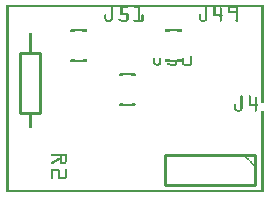
<source format=gto>
G04 MADE WITH FRITZING*
G04 WWW.FRITZING.ORG*
G04 DOUBLE SIDED*
G04 HOLES PLATED*
G04 CONTOUR ON CENTER OF CONTOUR VECTOR*
%ASAXBY*%
%FSLAX23Y23*%
%MOIN*%
%OFA0B0*%
%SFA1.0B1.0*%
%ADD10C,0.010000*%
%ADD11R,0.001000X0.001000*%
%LNSILK1*%
G90*
G70*
G54D10*
X112Y464D02*
X112Y264D01*
D02*
X112Y264D02*
X46Y264D01*
D02*
X46Y264D02*
X46Y464D01*
D02*
X46Y464D02*
X112Y464D01*
D02*
X829Y124D02*
X529Y124D01*
D02*
X529Y124D02*
X529Y24D01*
D02*
X529Y24D02*
X829Y24D01*
D02*
X829Y24D02*
X829Y124D01*
G54D11*
X0Y625D02*
X857Y625D01*
X0Y624D02*
X857Y624D01*
X0Y623D02*
X857Y623D01*
X0Y622D02*
X857Y622D01*
X0Y621D02*
X857Y621D01*
X0Y620D02*
X857Y620D01*
X0Y619D02*
X857Y619D01*
X0Y618D02*
X857Y618D01*
X0Y617D02*
X7Y617D01*
X347Y617D02*
X353Y617D01*
X380Y617D02*
X405Y617D01*
X424Y617D02*
X443Y617D01*
X663Y617D02*
X669Y617D01*
X690Y617D02*
X696Y617D01*
X713Y617D02*
X715Y617D01*
X738Y617D02*
X772Y617D01*
X850Y617D02*
X857Y617D01*
X0Y616D02*
X7Y616D01*
X347Y616D02*
X353Y616D01*
X380Y616D02*
X386Y616D01*
X436Y616D02*
X443Y616D01*
X663Y616D02*
X669Y616D01*
X690Y616D02*
X696Y616D01*
X711Y616D02*
X716Y616D01*
X738Y616D02*
X744Y616D01*
X766Y616D02*
X772Y616D01*
X850Y616D02*
X857Y616D01*
X0Y615D02*
X7Y615D01*
X347Y615D02*
X353Y615D01*
X380Y615D02*
X386Y615D01*
X437Y615D02*
X443Y615D01*
X663Y615D02*
X669Y615D01*
X690Y615D02*
X696Y615D01*
X711Y615D02*
X717Y615D01*
X738Y615D02*
X744Y615D01*
X766Y615D02*
X772Y615D01*
X850Y615D02*
X857Y615D01*
X0Y614D02*
X7Y614D01*
X347Y614D02*
X353Y614D01*
X380Y614D02*
X386Y614D01*
X437Y614D02*
X443Y614D01*
X663Y614D02*
X669Y614D01*
X690Y614D02*
X696Y614D01*
X711Y614D02*
X717Y614D01*
X738Y614D02*
X744Y614D01*
X766Y614D02*
X772Y614D01*
X850Y614D02*
X857Y614D01*
X0Y613D02*
X7Y613D01*
X347Y613D02*
X353Y613D01*
X380Y613D02*
X386Y613D01*
X437Y613D02*
X443Y613D01*
X663Y613D02*
X669Y613D01*
X690Y613D02*
X696Y613D01*
X711Y613D02*
X717Y613D01*
X738Y613D02*
X744Y613D01*
X766Y613D02*
X772Y613D01*
X850Y613D02*
X857Y613D01*
X0Y612D02*
X7Y612D01*
X347Y612D02*
X353Y612D01*
X380Y612D02*
X386Y612D01*
X437Y612D02*
X443Y612D01*
X663Y612D02*
X669Y612D01*
X690Y612D02*
X696Y612D01*
X711Y612D02*
X717Y612D01*
X738Y612D02*
X744Y612D01*
X766Y612D02*
X772Y612D01*
X850Y612D02*
X857Y612D01*
X0Y611D02*
X7Y611D01*
X347Y611D02*
X353Y611D01*
X380Y611D02*
X386Y611D01*
X437Y611D02*
X443Y611D01*
X663Y611D02*
X669Y611D01*
X690Y611D02*
X696Y611D01*
X711Y611D02*
X717Y611D01*
X738Y611D02*
X744Y611D01*
X766Y611D02*
X772Y611D01*
X850Y611D02*
X857Y611D01*
X0Y610D02*
X7Y610D01*
X347Y610D02*
X353Y610D01*
X380Y610D02*
X386Y610D01*
X437Y610D02*
X443Y610D01*
X663Y610D02*
X669Y610D01*
X690Y610D02*
X696Y610D01*
X711Y610D02*
X717Y610D01*
X738Y610D02*
X744Y610D01*
X766Y610D02*
X772Y610D01*
X850Y610D02*
X857Y610D01*
X0Y609D02*
X7Y609D01*
X347Y609D02*
X353Y609D01*
X380Y609D02*
X386Y609D01*
X437Y609D02*
X443Y609D01*
X663Y609D02*
X669Y609D01*
X690Y609D02*
X696Y609D01*
X711Y609D02*
X717Y609D01*
X738Y609D02*
X744Y609D01*
X766Y609D02*
X772Y609D01*
X850Y609D02*
X857Y609D01*
X0Y608D02*
X7Y608D01*
X347Y608D02*
X353Y608D01*
X380Y608D02*
X386Y608D01*
X437Y608D02*
X443Y608D01*
X663Y608D02*
X669Y608D01*
X690Y608D02*
X696Y608D01*
X711Y608D02*
X717Y608D01*
X738Y608D02*
X744Y608D01*
X766Y608D02*
X772Y608D01*
X850Y608D02*
X857Y608D01*
X0Y607D02*
X7Y607D01*
X347Y607D02*
X353Y607D01*
X380Y607D02*
X386Y607D01*
X437Y607D02*
X443Y607D01*
X663Y607D02*
X669Y607D01*
X690Y607D02*
X696Y607D01*
X711Y607D02*
X717Y607D01*
X738Y607D02*
X744Y607D01*
X766Y607D02*
X772Y607D01*
X850Y607D02*
X857Y607D01*
X0Y606D02*
X7Y606D01*
X347Y606D02*
X353Y606D01*
X380Y606D02*
X386Y606D01*
X437Y606D02*
X443Y606D01*
X663Y606D02*
X669Y606D01*
X690Y606D02*
X696Y606D01*
X711Y606D02*
X717Y606D01*
X738Y606D02*
X745Y606D01*
X766Y606D02*
X772Y606D01*
X850Y606D02*
X857Y606D01*
X0Y605D02*
X7Y605D01*
X347Y605D02*
X353Y605D01*
X380Y605D02*
X386Y605D01*
X437Y605D02*
X443Y605D01*
X663Y605D02*
X669Y605D01*
X690Y605D02*
X696Y605D01*
X711Y605D02*
X717Y605D01*
X738Y605D02*
X772Y605D01*
X850Y605D02*
X857Y605D01*
X0Y604D02*
X7Y604D01*
X347Y604D02*
X353Y604D01*
X380Y604D02*
X386Y604D01*
X437Y604D02*
X443Y604D01*
X663Y604D02*
X669Y604D01*
X690Y604D02*
X696Y604D01*
X711Y604D02*
X717Y604D01*
X738Y604D02*
X772Y604D01*
X850Y604D02*
X857Y604D01*
X0Y603D02*
X7Y603D01*
X347Y603D02*
X353Y603D01*
X380Y603D02*
X386Y603D01*
X437Y603D02*
X443Y603D01*
X663Y603D02*
X669Y603D01*
X690Y603D02*
X696Y603D01*
X711Y603D02*
X717Y603D01*
X738Y603D02*
X772Y603D01*
X850Y603D02*
X857Y603D01*
X0Y602D02*
X7Y602D01*
X347Y602D02*
X353Y602D01*
X380Y602D02*
X386Y602D01*
X437Y602D02*
X443Y602D01*
X663Y602D02*
X669Y602D01*
X690Y602D02*
X696Y602D01*
X711Y602D02*
X717Y602D01*
X738Y602D02*
X772Y602D01*
X850Y602D02*
X857Y602D01*
X0Y601D02*
X7Y601D01*
X347Y601D02*
X353Y601D01*
X380Y601D02*
X386Y601D01*
X437Y601D02*
X443Y601D01*
X663Y601D02*
X669Y601D01*
X690Y601D02*
X696Y601D01*
X711Y601D02*
X717Y601D01*
X739Y601D02*
X772Y601D01*
X850Y601D02*
X857Y601D01*
X0Y600D02*
X7Y600D01*
X347Y600D02*
X353Y600D01*
X380Y600D02*
X386Y600D01*
X437Y600D02*
X443Y600D01*
X663Y600D02*
X669Y600D01*
X690Y600D02*
X696Y600D01*
X711Y600D02*
X717Y600D01*
X739Y600D02*
X772Y600D01*
X850Y600D02*
X857Y600D01*
X0Y599D02*
X7Y599D01*
X347Y599D02*
X353Y599D01*
X380Y599D02*
X403Y599D01*
X437Y599D02*
X443Y599D01*
X663Y599D02*
X669Y599D01*
X690Y599D02*
X696Y599D01*
X711Y599D02*
X717Y599D01*
X741Y599D02*
X772Y599D01*
X850Y599D02*
X857Y599D01*
X0Y598D02*
X7Y598D01*
X347Y598D02*
X353Y598D01*
X380Y598D02*
X404Y598D01*
X437Y598D02*
X443Y598D01*
X663Y598D02*
X669Y598D01*
X690Y598D02*
X696Y598D01*
X711Y598D02*
X717Y598D01*
X766Y598D02*
X772Y598D01*
X850Y598D02*
X857Y598D01*
X0Y597D02*
X7Y597D01*
X347Y597D02*
X353Y597D01*
X380Y597D02*
X405Y597D01*
X437Y597D02*
X443Y597D01*
X663Y597D02*
X669Y597D01*
X690Y597D02*
X696Y597D01*
X711Y597D02*
X717Y597D01*
X766Y597D02*
X772Y597D01*
X850Y597D02*
X857Y597D01*
X0Y596D02*
X7Y596D01*
X347Y596D02*
X353Y596D01*
X380Y596D02*
X406Y596D01*
X437Y596D02*
X443Y596D01*
X663Y596D02*
X669Y596D01*
X690Y596D02*
X696Y596D01*
X711Y596D02*
X717Y596D01*
X766Y596D02*
X772Y596D01*
X850Y596D02*
X857Y596D01*
X0Y595D02*
X7Y595D01*
X347Y595D02*
X353Y595D01*
X380Y595D02*
X406Y595D01*
X437Y595D02*
X443Y595D01*
X663Y595D02*
X669Y595D01*
X690Y595D02*
X696Y595D01*
X711Y595D02*
X717Y595D01*
X766Y595D02*
X772Y595D01*
X850Y595D02*
X857Y595D01*
X0Y594D02*
X7Y594D01*
X347Y594D02*
X353Y594D01*
X380Y594D02*
X406Y594D01*
X437Y594D02*
X443Y594D01*
X663Y594D02*
X669Y594D01*
X690Y594D02*
X717Y594D01*
X766Y594D02*
X772Y594D01*
X850Y594D02*
X857Y594D01*
X0Y593D02*
X7Y593D01*
X327Y593D02*
X331Y593D01*
X347Y593D02*
X353Y593D01*
X380Y593D02*
X406Y593D01*
X437Y593D02*
X443Y593D01*
X451Y593D02*
X455Y593D01*
X643Y593D02*
X647Y593D01*
X663Y593D02*
X669Y593D01*
X690Y593D02*
X719Y593D01*
X766Y593D02*
X772Y593D01*
X850Y593D02*
X857Y593D01*
X0Y592D02*
X7Y592D01*
X327Y592D02*
X332Y592D01*
X347Y592D02*
X353Y592D01*
X400Y592D02*
X406Y592D01*
X437Y592D02*
X443Y592D01*
X451Y592D02*
X456Y592D01*
X642Y592D02*
X648Y592D01*
X663Y592D02*
X669Y592D01*
X690Y592D02*
X720Y592D01*
X766Y592D02*
X772Y592D01*
X850Y592D02*
X857Y592D01*
X0Y591D02*
X7Y591D01*
X326Y591D02*
X332Y591D01*
X347Y591D02*
X353Y591D01*
X400Y591D02*
X406Y591D01*
X437Y591D02*
X443Y591D01*
X450Y591D02*
X456Y591D01*
X642Y591D02*
X648Y591D01*
X663Y591D02*
X669Y591D01*
X690Y591D02*
X720Y591D01*
X766Y591D02*
X772Y591D01*
X850Y591D02*
X857Y591D01*
X0Y590D02*
X7Y590D01*
X326Y590D02*
X332Y590D01*
X347Y590D02*
X353Y590D01*
X400Y590D02*
X406Y590D01*
X437Y590D02*
X443Y590D01*
X450Y590D02*
X456Y590D01*
X642Y590D02*
X648Y590D01*
X663Y590D02*
X669Y590D01*
X690Y590D02*
X720Y590D01*
X766Y590D02*
X772Y590D01*
X850Y590D02*
X857Y590D01*
X0Y589D02*
X7Y589D01*
X326Y589D02*
X332Y589D01*
X347Y589D02*
X353Y589D01*
X400Y589D02*
X406Y589D01*
X437Y589D02*
X443Y589D01*
X450Y589D02*
X456Y589D01*
X642Y589D02*
X648Y589D01*
X663Y589D02*
X669Y589D01*
X690Y589D02*
X720Y589D01*
X766Y589D02*
X772Y589D01*
X850Y589D02*
X857Y589D01*
X0Y588D02*
X7Y588D01*
X326Y588D02*
X332Y588D01*
X347Y588D02*
X353Y588D01*
X400Y588D02*
X406Y588D01*
X437Y588D02*
X443Y588D01*
X450Y588D02*
X456Y588D01*
X642Y588D02*
X648Y588D01*
X663Y588D02*
X669Y588D01*
X690Y588D02*
X719Y588D01*
X766Y588D02*
X772Y588D01*
X850Y588D02*
X857Y588D01*
X0Y587D02*
X7Y587D01*
X326Y587D02*
X332Y587D01*
X347Y587D02*
X353Y587D01*
X400Y587D02*
X406Y587D01*
X437Y587D02*
X443Y587D01*
X450Y587D02*
X456Y587D01*
X642Y587D02*
X648Y587D01*
X663Y587D02*
X669Y587D01*
X710Y587D02*
X717Y587D01*
X766Y587D02*
X772Y587D01*
X850Y587D02*
X857Y587D01*
X0Y586D02*
X7Y586D01*
X326Y586D02*
X332Y586D01*
X347Y586D02*
X353Y586D01*
X400Y586D02*
X406Y586D01*
X437Y586D02*
X443Y586D01*
X450Y586D02*
X456Y586D01*
X642Y586D02*
X648Y586D01*
X663Y586D02*
X669Y586D01*
X711Y586D02*
X717Y586D01*
X766Y586D02*
X772Y586D01*
X850Y586D02*
X857Y586D01*
X0Y585D02*
X7Y585D01*
X326Y585D02*
X332Y585D01*
X347Y585D02*
X353Y585D01*
X400Y585D02*
X406Y585D01*
X437Y585D02*
X443Y585D01*
X450Y585D02*
X456Y585D01*
X642Y585D02*
X648Y585D01*
X663Y585D02*
X669Y585D01*
X711Y585D02*
X717Y585D01*
X766Y585D02*
X772Y585D01*
X850Y585D02*
X857Y585D01*
X0Y584D02*
X7Y584D01*
X326Y584D02*
X332Y584D01*
X347Y584D02*
X353Y584D01*
X400Y584D02*
X406Y584D01*
X437Y584D02*
X443Y584D01*
X450Y584D02*
X456Y584D01*
X642Y584D02*
X648Y584D01*
X663Y584D02*
X669Y584D01*
X711Y584D02*
X717Y584D01*
X766Y584D02*
X772Y584D01*
X850Y584D02*
X857Y584D01*
X0Y583D02*
X7Y583D01*
X326Y583D02*
X332Y583D01*
X347Y583D02*
X353Y583D01*
X400Y583D02*
X406Y583D01*
X437Y583D02*
X443Y583D01*
X450Y583D02*
X456Y583D01*
X642Y583D02*
X648Y583D01*
X663Y583D02*
X669Y583D01*
X711Y583D02*
X717Y583D01*
X766Y583D02*
X772Y583D01*
X850Y583D02*
X857Y583D01*
X0Y582D02*
X7Y582D01*
X326Y582D02*
X332Y582D01*
X347Y582D02*
X353Y582D01*
X400Y582D02*
X406Y582D01*
X437Y582D02*
X443Y582D01*
X450Y582D02*
X456Y582D01*
X642Y582D02*
X648Y582D01*
X663Y582D02*
X669Y582D01*
X711Y582D02*
X717Y582D01*
X766Y582D02*
X772Y582D01*
X850Y582D02*
X857Y582D01*
X0Y581D02*
X7Y581D01*
X326Y581D02*
X332Y581D01*
X347Y581D02*
X353Y581D01*
X400Y581D02*
X406Y581D01*
X437Y581D02*
X443Y581D01*
X450Y581D02*
X456Y581D01*
X642Y581D02*
X648Y581D01*
X663Y581D02*
X669Y581D01*
X711Y581D02*
X717Y581D01*
X766Y581D02*
X772Y581D01*
X850Y581D02*
X857Y581D01*
X0Y580D02*
X7Y580D01*
X326Y580D02*
X332Y580D01*
X347Y580D02*
X353Y580D01*
X400Y580D02*
X406Y580D01*
X437Y580D02*
X443Y580D01*
X450Y580D02*
X456Y580D01*
X642Y580D02*
X648Y580D01*
X663Y580D02*
X669Y580D01*
X711Y580D02*
X717Y580D01*
X766Y580D02*
X772Y580D01*
X850Y580D02*
X857Y580D01*
X0Y579D02*
X7Y579D01*
X326Y579D02*
X332Y579D01*
X347Y579D02*
X353Y579D01*
X375Y579D02*
X376Y579D01*
X400Y579D02*
X406Y579D01*
X437Y579D02*
X443Y579D01*
X450Y579D02*
X456Y579D01*
X642Y579D02*
X648Y579D01*
X662Y579D02*
X669Y579D01*
X711Y579D02*
X717Y579D01*
X766Y579D02*
X772Y579D01*
X850Y579D02*
X857Y579D01*
X0Y578D02*
X7Y578D01*
X326Y578D02*
X333Y578D01*
X346Y578D02*
X353Y578D01*
X374Y578D02*
X379Y578D01*
X400Y578D02*
X406Y578D01*
X437Y578D02*
X443Y578D01*
X450Y578D02*
X456Y578D01*
X642Y578D02*
X648Y578D01*
X662Y578D02*
X668Y578D01*
X711Y578D02*
X717Y578D01*
X766Y578D02*
X772Y578D01*
X850Y578D02*
X857Y578D01*
X0Y577D02*
X7Y577D01*
X327Y577D02*
X334Y577D01*
X345Y577D02*
X353Y577D01*
X373Y577D02*
X381Y577D01*
X400Y577D02*
X406Y577D01*
X437Y577D02*
X443Y577D01*
X450Y577D02*
X456Y577D01*
X642Y577D02*
X649Y577D01*
X661Y577D02*
X668Y577D01*
X711Y577D02*
X717Y577D01*
X766Y577D02*
X772Y577D01*
X850Y577D02*
X857Y577D01*
X0Y576D02*
X7Y576D01*
X327Y576D02*
X352Y576D01*
X373Y576D02*
X406Y576D01*
X425Y576D02*
X456Y576D01*
X643Y576D02*
X668Y576D01*
X711Y576D02*
X717Y576D01*
X765Y576D02*
X772Y576D01*
X850Y576D02*
X857Y576D01*
X0Y575D02*
X7Y575D01*
X327Y575D02*
X352Y575D01*
X373Y575D02*
X406Y575D01*
X424Y575D02*
X456Y575D01*
X643Y575D02*
X667Y575D01*
X711Y575D02*
X717Y575D01*
X763Y575D02*
X772Y575D01*
X850Y575D02*
X857Y575D01*
X0Y574D02*
X7Y574D01*
X328Y574D02*
X351Y574D01*
X373Y574D02*
X406Y574D01*
X423Y574D02*
X456Y574D01*
X644Y574D02*
X667Y574D01*
X711Y574D02*
X717Y574D01*
X763Y574D02*
X772Y574D01*
X850Y574D02*
X857Y574D01*
X0Y573D02*
X7Y573D01*
X329Y573D02*
X350Y573D01*
X374Y573D02*
X405Y573D01*
X423Y573D02*
X456Y573D01*
X645Y573D02*
X666Y573D01*
X711Y573D02*
X717Y573D01*
X763Y573D02*
X772Y573D01*
X850Y573D02*
X857Y573D01*
X0Y572D02*
X7Y572D01*
X330Y572D02*
X349Y572D01*
X376Y572D02*
X405Y572D01*
X423Y572D02*
X456Y572D01*
X646Y572D02*
X665Y572D01*
X711Y572D02*
X717Y572D01*
X763Y572D02*
X772Y572D01*
X850Y572D02*
X857Y572D01*
X0Y571D02*
X7Y571D01*
X331Y571D02*
X348Y571D01*
X378Y571D02*
X404Y571D01*
X423Y571D02*
X456Y571D01*
X647Y571D02*
X664Y571D01*
X711Y571D02*
X716Y571D01*
X763Y571D02*
X771Y571D01*
X850Y571D02*
X857Y571D01*
X0Y570D02*
X7Y570D01*
X333Y570D02*
X346Y570D01*
X381Y570D02*
X402Y570D01*
X424Y570D02*
X455Y570D01*
X649Y570D02*
X662Y570D01*
X712Y570D02*
X715Y570D01*
X764Y570D02*
X770Y570D01*
X850Y570D02*
X857Y570D01*
X0Y569D02*
X7Y569D01*
X850Y569D02*
X857Y569D01*
X0Y568D02*
X7Y568D01*
X850Y568D02*
X857Y568D01*
X0Y567D02*
X7Y567D01*
X850Y567D02*
X857Y567D01*
X0Y566D02*
X7Y566D01*
X850Y566D02*
X857Y566D01*
X0Y565D02*
X7Y565D01*
X850Y565D02*
X857Y565D01*
X0Y564D02*
X7Y564D01*
X850Y564D02*
X857Y564D01*
X0Y563D02*
X7Y563D01*
X850Y563D02*
X857Y563D01*
X0Y562D02*
X7Y562D01*
X850Y562D02*
X857Y562D01*
X0Y561D02*
X7Y561D01*
X850Y561D02*
X857Y561D01*
X0Y560D02*
X7Y560D01*
X850Y560D02*
X857Y560D01*
X0Y559D02*
X7Y559D01*
X850Y559D02*
X857Y559D01*
X0Y558D02*
X7Y558D01*
X850Y558D02*
X857Y558D01*
X0Y557D02*
X7Y557D01*
X850Y557D02*
X857Y557D01*
X0Y556D02*
X7Y556D01*
X850Y556D02*
X857Y556D01*
X0Y555D02*
X7Y555D01*
X850Y555D02*
X857Y555D01*
X0Y554D02*
X7Y554D01*
X850Y554D02*
X857Y554D01*
X0Y553D02*
X7Y553D01*
X850Y553D02*
X857Y553D01*
X0Y552D02*
X7Y552D01*
X850Y552D02*
X857Y552D01*
X0Y551D02*
X7Y551D01*
X850Y551D02*
X857Y551D01*
X0Y550D02*
X7Y550D01*
X850Y550D02*
X857Y550D01*
X0Y549D02*
X7Y549D01*
X850Y549D02*
X857Y549D01*
X0Y548D02*
X7Y548D01*
X850Y548D02*
X857Y548D01*
X0Y547D02*
X7Y547D01*
X850Y547D02*
X857Y547D01*
X0Y546D02*
X7Y546D01*
X850Y546D02*
X857Y546D01*
X0Y545D02*
X7Y545D01*
X850Y545D02*
X857Y545D01*
X0Y544D02*
X7Y544D01*
X850Y544D02*
X857Y544D01*
X0Y543D02*
X7Y543D01*
X214Y543D02*
X267Y543D01*
X530Y543D02*
X583Y543D01*
X850Y543D02*
X857Y543D01*
X0Y542D02*
X7Y542D01*
X213Y542D02*
X268Y542D01*
X529Y542D02*
X584Y542D01*
X850Y542D02*
X857Y542D01*
X0Y541D02*
X7Y541D01*
X212Y541D02*
X269Y541D01*
X528Y541D02*
X584Y541D01*
X850Y541D02*
X857Y541D01*
X0Y540D02*
X7Y540D01*
X212Y540D02*
X269Y540D01*
X528Y540D02*
X585Y540D01*
X850Y540D02*
X857Y540D01*
X0Y539D02*
X7Y539D01*
X212Y539D02*
X269Y539D01*
X528Y539D02*
X585Y539D01*
X850Y539D02*
X857Y539D01*
X0Y538D02*
X7Y538D01*
X213Y538D02*
X235Y538D01*
X246Y538D02*
X269Y538D01*
X528Y538D02*
X551Y538D01*
X561Y538D02*
X584Y538D01*
X850Y538D02*
X857Y538D01*
X0Y537D02*
X7Y537D01*
X213Y537D02*
X229Y537D01*
X252Y537D02*
X268Y537D01*
X529Y537D02*
X545Y537D01*
X567Y537D02*
X584Y537D01*
X850Y537D02*
X857Y537D01*
X0Y536D02*
X7Y536D01*
X215Y536D02*
X226Y536D01*
X256Y536D02*
X267Y536D01*
X530Y536D02*
X541Y536D01*
X571Y536D02*
X582Y536D01*
X850Y536D02*
X857Y536D01*
X0Y535D02*
X7Y535D01*
X850Y535D02*
X857Y535D01*
X0Y534D02*
X7Y534D01*
X850Y534D02*
X857Y534D01*
X0Y533D02*
X7Y533D01*
X850Y533D02*
X857Y533D01*
X0Y532D02*
X7Y532D01*
X850Y532D02*
X857Y532D01*
X0Y531D02*
X7Y531D01*
X74Y531D02*
X83Y531D01*
X850Y531D02*
X857Y531D01*
X0Y530D02*
X7Y530D01*
X74Y530D02*
X83Y530D01*
X850Y530D02*
X857Y530D01*
X0Y529D02*
X7Y529D01*
X74Y529D02*
X83Y529D01*
X850Y529D02*
X857Y529D01*
X0Y528D02*
X7Y528D01*
X74Y528D02*
X83Y528D01*
X850Y528D02*
X857Y528D01*
X0Y527D02*
X7Y527D01*
X74Y527D02*
X83Y527D01*
X850Y527D02*
X857Y527D01*
X0Y526D02*
X7Y526D01*
X74Y526D02*
X83Y526D01*
X850Y526D02*
X857Y526D01*
X0Y525D02*
X7Y525D01*
X74Y525D02*
X83Y525D01*
X850Y525D02*
X857Y525D01*
X0Y524D02*
X7Y524D01*
X74Y524D02*
X83Y524D01*
X850Y524D02*
X857Y524D01*
X0Y523D02*
X7Y523D01*
X74Y523D02*
X83Y523D01*
X850Y523D02*
X857Y523D01*
X0Y522D02*
X7Y522D01*
X74Y522D02*
X83Y522D01*
X850Y522D02*
X857Y522D01*
X0Y521D02*
X7Y521D01*
X74Y521D02*
X83Y521D01*
X850Y521D02*
X857Y521D01*
X0Y520D02*
X7Y520D01*
X74Y520D02*
X83Y520D01*
X850Y520D02*
X857Y520D01*
X0Y519D02*
X7Y519D01*
X74Y519D02*
X83Y519D01*
X850Y519D02*
X857Y519D01*
X0Y518D02*
X7Y518D01*
X74Y518D02*
X83Y518D01*
X850Y518D02*
X857Y518D01*
X0Y517D02*
X7Y517D01*
X74Y517D02*
X83Y517D01*
X850Y517D02*
X857Y517D01*
X0Y516D02*
X7Y516D01*
X74Y516D02*
X83Y516D01*
X850Y516D02*
X857Y516D01*
X0Y515D02*
X7Y515D01*
X74Y515D02*
X83Y515D01*
X850Y515D02*
X857Y515D01*
X0Y514D02*
X7Y514D01*
X74Y514D02*
X83Y514D01*
X850Y514D02*
X857Y514D01*
X0Y513D02*
X7Y513D01*
X74Y513D02*
X83Y513D01*
X850Y513D02*
X857Y513D01*
X0Y512D02*
X7Y512D01*
X74Y512D02*
X83Y512D01*
X850Y512D02*
X857Y512D01*
X0Y511D02*
X7Y511D01*
X74Y511D02*
X83Y511D01*
X850Y511D02*
X857Y511D01*
X0Y510D02*
X7Y510D01*
X74Y510D02*
X83Y510D01*
X850Y510D02*
X857Y510D01*
X0Y509D02*
X7Y509D01*
X74Y509D02*
X83Y509D01*
X850Y509D02*
X857Y509D01*
X0Y508D02*
X7Y508D01*
X74Y508D02*
X83Y508D01*
X850Y508D02*
X857Y508D01*
X0Y507D02*
X7Y507D01*
X74Y507D02*
X83Y507D01*
X850Y507D02*
X857Y507D01*
X0Y506D02*
X7Y506D01*
X74Y506D02*
X83Y506D01*
X850Y506D02*
X857Y506D01*
X0Y505D02*
X7Y505D01*
X74Y505D02*
X83Y505D01*
X850Y505D02*
X857Y505D01*
X0Y504D02*
X7Y504D01*
X74Y504D02*
X83Y504D01*
X850Y504D02*
X857Y504D01*
X0Y503D02*
X7Y503D01*
X74Y503D02*
X83Y503D01*
X850Y503D02*
X857Y503D01*
X0Y502D02*
X7Y502D01*
X74Y502D02*
X83Y502D01*
X850Y502D02*
X857Y502D01*
X0Y501D02*
X7Y501D01*
X74Y501D02*
X83Y501D01*
X850Y501D02*
X857Y501D01*
X0Y500D02*
X7Y500D01*
X74Y500D02*
X83Y500D01*
X850Y500D02*
X857Y500D01*
X0Y499D02*
X7Y499D01*
X74Y499D02*
X83Y499D01*
X850Y499D02*
X857Y499D01*
X0Y498D02*
X7Y498D01*
X74Y498D02*
X83Y498D01*
X850Y498D02*
X857Y498D01*
X0Y497D02*
X7Y497D01*
X74Y497D02*
X83Y497D01*
X850Y497D02*
X857Y497D01*
X0Y496D02*
X7Y496D01*
X74Y496D02*
X83Y496D01*
X850Y496D02*
X857Y496D01*
X0Y495D02*
X7Y495D01*
X74Y495D02*
X83Y495D01*
X850Y495D02*
X857Y495D01*
X0Y494D02*
X7Y494D01*
X74Y494D02*
X83Y494D01*
X850Y494D02*
X857Y494D01*
X0Y493D02*
X7Y493D01*
X74Y493D02*
X83Y493D01*
X850Y493D02*
X857Y493D01*
X0Y492D02*
X7Y492D01*
X74Y492D02*
X83Y492D01*
X850Y492D02*
X857Y492D01*
X0Y491D02*
X7Y491D01*
X74Y491D02*
X83Y491D01*
X850Y491D02*
X857Y491D01*
X0Y490D02*
X7Y490D01*
X74Y490D02*
X83Y490D01*
X850Y490D02*
X857Y490D01*
X0Y489D02*
X7Y489D01*
X74Y489D02*
X83Y489D01*
X850Y489D02*
X857Y489D01*
X0Y488D02*
X7Y488D01*
X74Y488D02*
X83Y488D01*
X850Y488D02*
X857Y488D01*
X0Y487D02*
X7Y487D01*
X74Y487D02*
X83Y487D01*
X850Y487D02*
X857Y487D01*
X0Y486D02*
X7Y486D01*
X74Y486D02*
X83Y486D01*
X850Y486D02*
X857Y486D01*
X0Y485D02*
X7Y485D01*
X74Y485D02*
X83Y485D01*
X850Y485D02*
X857Y485D01*
X0Y484D02*
X7Y484D01*
X74Y484D02*
X83Y484D01*
X850Y484D02*
X857Y484D01*
X0Y483D02*
X7Y483D01*
X74Y483D02*
X83Y483D01*
X850Y483D02*
X857Y483D01*
X0Y482D02*
X7Y482D01*
X74Y482D02*
X83Y482D01*
X850Y482D02*
X857Y482D01*
X0Y481D02*
X7Y481D01*
X74Y481D02*
X83Y481D01*
X850Y481D02*
X857Y481D01*
X0Y480D02*
X7Y480D01*
X74Y480D02*
X83Y480D01*
X850Y480D02*
X857Y480D01*
X0Y479D02*
X7Y479D01*
X74Y479D02*
X83Y479D01*
X850Y479D02*
X857Y479D01*
X0Y478D02*
X7Y478D01*
X74Y478D02*
X83Y478D01*
X850Y478D02*
X857Y478D01*
X0Y477D02*
X7Y477D01*
X74Y477D02*
X83Y477D01*
X850Y477D02*
X857Y477D01*
X0Y476D02*
X7Y476D01*
X74Y476D02*
X83Y476D01*
X850Y476D02*
X857Y476D01*
X0Y475D02*
X7Y475D01*
X74Y475D02*
X83Y475D01*
X850Y475D02*
X857Y475D01*
X0Y474D02*
X7Y474D01*
X74Y474D02*
X83Y474D01*
X850Y474D02*
X857Y474D01*
X0Y473D02*
X7Y473D01*
X74Y473D02*
X83Y473D01*
X850Y473D02*
X857Y473D01*
X0Y472D02*
X7Y472D01*
X74Y472D02*
X83Y472D01*
X850Y472D02*
X857Y472D01*
X0Y471D02*
X7Y471D01*
X74Y471D02*
X83Y471D01*
X850Y471D02*
X857Y471D01*
X0Y470D02*
X7Y470D01*
X74Y470D02*
X83Y470D01*
X850Y470D02*
X857Y470D01*
X0Y469D02*
X7Y469D01*
X74Y469D02*
X83Y469D01*
X850Y469D02*
X857Y469D01*
X0Y468D02*
X7Y468D01*
X74Y468D02*
X83Y468D01*
X850Y468D02*
X857Y468D01*
X0Y467D02*
X7Y467D01*
X74Y467D02*
X83Y467D01*
X850Y467D02*
X857Y467D01*
X0Y466D02*
X7Y466D01*
X74Y466D02*
X83Y466D01*
X850Y466D02*
X857Y466D01*
X0Y465D02*
X7Y465D01*
X74Y465D02*
X83Y465D01*
X850Y465D02*
X857Y465D01*
X0Y464D02*
X7Y464D01*
X850Y464D02*
X857Y464D01*
X0Y463D02*
X7Y463D01*
X850Y463D02*
X857Y463D01*
X0Y462D02*
X7Y462D01*
X850Y462D02*
X857Y462D01*
X0Y461D02*
X7Y461D01*
X850Y461D02*
X857Y461D01*
X0Y460D02*
X7Y460D01*
X850Y460D02*
X857Y460D01*
X0Y459D02*
X7Y459D01*
X850Y459D02*
X857Y459D01*
X0Y458D02*
X7Y458D01*
X850Y458D02*
X857Y458D01*
X0Y457D02*
X7Y457D01*
X619Y457D02*
X619Y457D01*
X850Y457D02*
X857Y457D01*
X0Y456D02*
X7Y456D01*
X618Y456D02*
X619Y456D01*
X850Y456D02*
X857Y456D01*
X0Y455D02*
X7Y455D01*
X616Y455D02*
X619Y455D01*
X850Y455D02*
X857Y455D01*
X0Y454D02*
X7Y454D01*
X615Y454D02*
X619Y454D01*
X850Y454D02*
X857Y454D01*
X0Y453D02*
X7Y453D01*
X613Y453D02*
X619Y453D01*
X850Y453D02*
X857Y453D01*
X0Y452D02*
X7Y452D01*
X613Y452D02*
X619Y452D01*
X850Y452D02*
X857Y452D01*
X0Y451D02*
X7Y451D01*
X613Y451D02*
X619Y451D01*
X850Y451D02*
X857Y451D01*
X0Y450D02*
X7Y450D01*
X613Y450D02*
X619Y450D01*
X850Y450D02*
X857Y450D01*
X0Y449D02*
X7Y449D01*
X509Y449D02*
X509Y449D01*
X613Y449D02*
X619Y449D01*
X850Y449D02*
X857Y449D01*
X0Y448D02*
X7Y448D01*
X509Y448D02*
X514Y448D01*
X613Y448D02*
X619Y448D01*
X850Y448D02*
X857Y448D01*
X0Y447D02*
X7Y447D01*
X490Y447D02*
X493Y447D01*
X509Y447D02*
X515Y447D01*
X585Y447D02*
X591Y447D01*
X613Y447D02*
X619Y447D01*
X850Y447D02*
X857Y447D01*
X0Y446D02*
X7Y446D01*
X489Y446D02*
X494Y446D01*
X509Y446D02*
X515Y446D01*
X585Y446D02*
X591Y446D01*
X613Y446D02*
X619Y446D01*
X850Y446D02*
X857Y446D01*
X0Y445D02*
X7Y445D01*
X489Y445D02*
X494Y445D01*
X509Y445D02*
X515Y445D01*
X585Y445D02*
X591Y445D01*
X613Y445D02*
X619Y445D01*
X850Y445D02*
X857Y445D01*
X0Y444D02*
X7Y444D01*
X489Y444D02*
X495Y444D01*
X509Y444D02*
X515Y444D01*
X585Y444D02*
X591Y444D01*
X613Y444D02*
X619Y444D01*
X850Y444D02*
X857Y444D01*
X0Y443D02*
X7Y443D01*
X214Y443D02*
X227Y443D01*
X254Y443D02*
X267Y443D01*
X489Y443D02*
X495Y443D01*
X509Y443D02*
X515Y443D01*
X530Y443D02*
X543Y443D01*
X570Y443D02*
X583Y443D01*
X585Y443D02*
X591Y443D01*
X613Y443D02*
X619Y443D01*
X850Y443D02*
X857Y443D01*
X0Y442D02*
X7Y442D01*
X213Y442D02*
X231Y442D01*
X250Y442D02*
X268Y442D01*
X489Y442D02*
X495Y442D01*
X509Y442D02*
X515Y442D01*
X529Y442D02*
X547Y442D01*
X566Y442D02*
X591Y442D01*
X613Y442D02*
X619Y442D01*
X850Y442D02*
X857Y442D01*
X0Y441D02*
X7Y441D01*
X212Y441D02*
X269Y441D01*
X489Y441D02*
X495Y441D01*
X509Y441D02*
X515Y441D01*
X528Y441D02*
X591Y441D01*
X613Y441D02*
X619Y441D01*
X850Y441D02*
X857Y441D01*
X0Y440D02*
X7Y440D01*
X212Y440D02*
X269Y440D01*
X489Y440D02*
X495Y440D01*
X509Y440D02*
X515Y440D01*
X528Y440D02*
X591Y440D01*
X613Y440D02*
X619Y440D01*
X850Y440D02*
X857Y440D01*
X0Y439D02*
X7Y439D01*
X212Y439D02*
X269Y439D01*
X489Y439D02*
X495Y439D01*
X509Y439D02*
X515Y439D01*
X528Y439D02*
X591Y439D01*
X613Y439D02*
X619Y439D01*
X850Y439D02*
X857Y439D01*
X0Y438D02*
X7Y438D01*
X213Y438D02*
X269Y438D01*
X489Y438D02*
X495Y438D01*
X509Y438D02*
X515Y438D01*
X528Y438D02*
X591Y438D01*
X613Y438D02*
X619Y438D01*
X850Y438D02*
X857Y438D01*
X0Y437D02*
X7Y437D01*
X213Y437D02*
X268Y437D01*
X489Y437D02*
X495Y437D01*
X509Y437D02*
X515Y437D01*
X529Y437D02*
X591Y437D01*
X613Y437D02*
X619Y437D01*
X850Y437D02*
X857Y437D01*
X0Y436D02*
X7Y436D01*
X215Y436D02*
X266Y436D01*
X489Y436D02*
X495Y436D01*
X509Y436D02*
X515Y436D01*
X530Y436D02*
X582Y436D01*
X585Y436D02*
X591Y436D01*
X613Y436D02*
X619Y436D01*
X850Y436D02*
X857Y436D01*
X0Y435D02*
X7Y435D01*
X489Y435D02*
X495Y435D01*
X509Y435D02*
X515Y435D01*
X563Y435D02*
X569Y435D01*
X585Y435D02*
X591Y435D01*
X613Y435D02*
X619Y435D01*
X850Y435D02*
X857Y435D01*
X0Y434D02*
X7Y434D01*
X489Y434D02*
X495Y434D01*
X509Y434D02*
X515Y434D01*
X563Y434D02*
X569Y434D01*
X585Y434D02*
X591Y434D01*
X613Y434D02*
X619Y434D01*
X850Y434D02*
X857Y434D01*
X0Y433D02*
X7Y433D01*
X489Y433D02*
X495Y433D01*
X509Y433D02*
X515Y433D01*
X563Y433D02*
X569Y433D01*
X585Y433D02*
X591Y433D01*
X613Y433D02*
X619Y433D01*
X850Y433D02*
X857Y433D01*
X0Y432D02*
X7Y432D01*
X489Y432D02*
X495Y432D01*
X509Y432D02*
X515Y432D01*
X536Y432D02*
X540Y432D01*
X563Y432D02*
X569Y432D01*
X585Y432D02*
X591Y432D01*
X613Y432D02*
X619Y432D01*
X850Y432D02*
X857Y432D01*
X0Y431D02*
X7Y431D01*
X489Y431D02*
X496Y431D01*
X508Y431D02*
X515Y431D01*
X536Y431D02*
X543Y431D01*
X563Y431D02*
X569Y431D01*
X585Y431D02*
X591Y431D01*
X613Y431D02*
X619Y431D01*
X850Y431D02*
X857Y431D01*
X0Y430D02*
X7Y430D01*
X489Y430D02*
X498Y430D01*
X506Y430D02*
X515Y430D01*
X535Y430D02*
X545Y430D01*
X562Y430D02*
X569Y430D01*
X585Y430D02*
X591Y430D01*
X612Y430D02*
X619Y430D01*
X850Y430D02*
X857Y430D01*
X0Y429D02*
X7Y429D01*
X490Y429D02*
X514Y429D01*
X535Y429D02*
X569Y429D01*
X585Y429D02*
X619Y429D01*
X850Y429D02*
X857Y429D01*
X0Y428D02*
X7Y428D01*
X490Y428D02*
X514Y428D01*
X535Y428D02*
X568Y428D01*
X585Y428D02*
X618Y428D01*
X850Y428D02*
X857Y428D01*
X0Y427D02*
X7Y427D01*
X491Y427D02*
X513Y427D01*
X536Y427D02*
X568Y427D01*
X586Y427D02*
X618Y427D01*
X850Y427D02*
X857Y427D01*
X0Y426D02*
X7Y426D01*
X492Y426D02*
X512Y426D01*
X537Y426D02*
X567Y426D01*
X586Y426D02*
X617Y426D01*
X850Y426D02*
X857Y426D01*
X0Y425D02*
X7Y425D01*
X493Y425D02*
X511Y425D01*
X540Y425D02*
X567Y425D01*
X587Y425D02*
X616Y425D01*
X850Y425D02*
X857Y425D01*
X0Y424D02*
X7Y424D01*
X494Y424D02*
X509Y424D01*
X542Y424D02*
X565Y424D01*
X588Y424D02*
X615Y424D01*
X850Y424D02*
X857Y424D01*
X0Y423D02*
X7Y423D01*
X498Y423D02*
X506Y423D01*
X546Y423D02*
X563Y423D01*
X591Y423D02*
X613Y423D01*
X850Y423D02*
X857Y423D01*
X0Y422D02*
X7Y422D01*
X850Y422D02*
X857Y422D01*
X0Y421D02*
X7Y421D01*
X850Y421D02*
X857Y421D01*
X0Y420D02*
X7Y420D01*
X850Y420D02*
X857Y420D01*
X0Y419D02*
X7Y419D01*
X850Y419D02*
X857Y419D01*
X0Y418D02*
X7Y418D01*
X850Y418D02*
X857Y418D01*
X0Y417D02*
X7Y417D01*
X850Y417D02*
X857Y417D01*
X0Y416D02*
X7Y416D01*
X850Y416D02*
X857Y416D01*
X0Y415D02*
X7Y415D01*
X850Y415D02*
X857Y415D01*
X0Y414D02*
X7Y414D01*
X850Y414D02*
X857Y414D01*
X0Y413D02*
X7Y413D01*
X850Y413D02*
X857Y413D01*
X0Y412D02*
X7Y412D01*
X850Y412D02*
X857Y412D01*
X0Y411D02*
X7Y411D01*
X850Y411D02*
X857Y411D01*
X0Y410D02*
X7Y410D01*
X850Y410D02*
X857Y410D01*
X0Y409D02*
X7Y409D01*
X850Y409D02*
X857Y409D01*
X0Y408D02*
X7Y408D01*
X850Y408D02*
X857Y408D01*
X0Y407D02*
X7Y407D01*
X850Y407D02*
X857Y407D01*
X0Y406D02*
X7Y406D01*
X850Y406D02*
X857Y406D01*
X0Y405D02*
X7Y405D01*
X850Y405D02*
X857Y405D01*
X0Y404D02*
X7Y404D01*
X850Y404D02*
X857Y404D01*
X0Y403D02*
X7Y403D01*
X850Y403D02*
X857Y403D01*
X0Y402D02*
X7Y402D01*
X850Y402D02*
X857Y402D01*
X0Y401D02*
X7Y401D01*
X850Y401D02*
X857Y401D01*
X0Y400D02*
X7Y400D01*
X850Y400D02*
X857Y400D01*
X0Y399D02*
X7Y399D01*
X850Y399D02*
X857Y399D01*
X0Y398D02*
X7Y398D01*
X850Y398D02*
X857Y398D01*
X0Y397D02*
X7Y397D01*
X377Y397D02*
X428Y397D01*
X850Y397D02*
X857Y397D01*
X0Y396D02*
X7Y396D01*
X376Y396D02*
X430Y396D01*
X850Y396D02*
X857Y396D01*
X0Y395D02*
X7Y395D01*
X375Y395D02*
X431Y395D01*
X850Y395D02*
X857Y395D01*
X0Y394D02*
X7Y394D01*
X375Y394D02*
X431Y394D01*
X850Y394D02*
X857Y394D01*
X0Y393D02*
X7Y393D01*
X374Y393D02*
X431Y393D01*
X850Y393D02*
X857Y393D01*
X0Y392D02*
X7Y392D01*
X375Y392D02*
X431Y392D01*
X850Y392D02*
X857Y392D01*
X0Y391D02*
X7Y391D01*
X375Y391D02*
X394Y391D01*
X412Y391D02*
X431Y391D01*
X850Y391D02*
X857Y391D01*
X0Y390D02*
X7Y390D01*
X376Y390D02*
X389Y390D01*
X416Y390D02*
X430Y390D01*
X850Y390D02*
X857Y390D01*
X0Y389D02*
X7Y389D01*
X850Y389D02*
X857Y389D01*
X0Y388D02*
X7Y388D01*
X850Y388D02*
X857Y388D01*
X0Y387D02*
X7Y387D01*
X850Y387D02*
X857Y387D01*
X0Y386D02*
X7Y386D01*
X850Y386D02*
X857Y386D01*
X0Y385D02*
X7Y385D01*
X850Y385D02*
X857Y385D01*
X0Y384D02*
X7Y384D01*
X850Y384D02*
X857Y384D01*
X0Y383D02*
X7Y383D01*
X850Y383D02*
X857Y383D01*
X0Y382D02*
X7Y382D01*
X850Y382D02*
X857Y382D01*
X0Y381D02*
X7Y381D01*
X850Y381D02*
X857Y381D01*
X0Y380D02*
X7Y380D01*
X850Y380D02*
X857Y380D01*
X0Y379D02*
X7Y379D01*
X850Y379D02*
X857Y379D01*
X0Y378D02*
X7Y378D01*
X850Y378D02*
X857Y378D01*
X0Y377D02*
X7Y377D01*
X850Y377D02*
X857Y377D01*
X0Y376D02*
X7Y376D01*
X850Y376D02*
X857Y376D01*
X0Y375D02*
X7Y375D01*
X850Y375D02*
X857Y375D01*
X0Y374D02*
X7Y374D01*
X850Y374D02*
X857Y374D01*
X0Y373D02*
X7Y373D01*
X850Y373D02*
X857Y373D01*
X0Y372D02*
X7Y372D01*
X850Y372D02*
X857Y372D01*
X0Y371D02*
X7Y371D01*
X850Y371D02*
X857Y371D01*
X0Y370D02*
X7Y370D01*
X850Y370D02*
X857Y370D01*
X0Y369D02*
X7Y369D01*
X850Y369D02*
X857Y369D01*
X0Y368D02*
X7Y368D01*
X850Y368D02*
X857Y368D01*
X0Y367D02*
X7Y367D01*
X850Y367D02*
X857Y367D01*
X0Y366D02*
X7Y366D01*
X850Y366D02*
X857Y366D01*
X0Y365D02*
X7Y365D01*
X850Y365D02*
X857Y365D01*
X0Y364D02*
X7Y364D01*
X850Y364D02*
X857Y364D01*
X0Y363D02*
X7Y363D01*
X850Y363D02*
X857Y363D01*
X0Y362D02*
X7Y362D01*
X850Y362D02*
X857Y362D01*
X0Y361D02*
X7Y361D01*
X850Y361D02*
X857Y361D01*
X0Y360D02*
X7Y360D01*
X850Y360D02*
X857Y360D01*
X0Y359D02*
X7Y359D01*
X850Y359D02*
X857Y359D01*
X0Y358D02*
X7Y358D01*
X850Y358D02*
X857Y358D01*
X0Y357D02*
X7Y357D01*
X850Y357D02*
X857Y357D01*
X0Y356D02*
X7Y356D01*
X850Y356D02*
X857Y356D01*
X0Y355D02*
X7Y355D01*
X850Y355D02*
X857Y355D01*
X0Y354D02*
X7Y354D01*
X850Y354D02*
X857Y354D01*
X0Y353D02*
X7Y353D01*
X850Y353D02*
X857Y353D01*
X0Y352D02*
X7Y352D01*
X850Y352D02*
X857Y352D01*
X0Y351D02*
X7Y351D01*
X850Y351D02*
X857Y351D01*
X0Y350D02*
X7Y350D01*
X850Y350D02*
X857Y350D01*
X0Y349D02*
X7Y349D01*
X850Y349D02*
X857Y349D01*
X0Y348D02*
X7Y348D01*
X850Y348D02*
X857Y348D01*
X0Y347D02*
X7Y347D01*
X850Y347D02*
X857Y347D01*
X0Y346D02*
X7Y346D01*
X850Y346D02*
X857Y346D01*
X0Y345D02*
X7Y345D01*
X850Y345D02*
X857Y345D01*
X0Y344D02*
X7Y344D01*
X850Y344D02*
X857Y344D01*
X0Y343D02*
X7Y343D01*
X850Y343D02*
X857Y343D01*
X0Y342D02*
X7Y342D01*
X850Y342D02*
X857Y342D01*
X0Y341D02*
X7Y341D01*
X850Y341D02*
X857Y341D01*
X0Y340D02*
X7Y340D01*
X850Y340D02*
X857Y340D01*
X0Y339D02*
X7Y339D01*
X850Y339D02*
X857Y339D01*
X0Y338D02*
X7Y338D01*
X850Y338D02*
X857Y338D01*
X0Y337D02*
X7Y337D01*
X850Y337D02*
X857Y337D01*
X0Y336D02*
X7Y336D01*
X850Y336D02*
X857Y336D01*
X0Y335D02*
X7Y335D01*
X850Y335D02*
X857Y335D01*
X0Y334D02*
X7Y334D01*
X850Y334D02*
X857Y334D01*
X0Y333D02*
X7Y333D01*
X850Y333D02*
X857Y333D01*
X0Y332D02*
X7Y332D01*
X850Y332D02*
X857Y332D01*
X0Y331D02*
X7Y331D01*
X850Y331D02*
X857Y331D01*
X0Y330D02*
X7Y330D01*
X850Y330D02*
X857Y330D01*
X0Y329D02*
X7Y329D01*
X850Y329D02*
X857Y329D01*
X0Y328D02*
X7Y328D01*
X850Y328D02*
X857Y328D01*
X0Y327D02*
X7Y327D01*
X850Y327D02*
X857Y327D01*
X0Y326D02*
X7Y326D01*
X850Y326D02*
X857Y326D01*
X0Y325D02*
X7Y325D01*
X850Y325D02*
X857Y325D01*
X0Y324D02*
X7Y324D01*
X850Y324D02*
X857Y324D01*
X0Y323D02*
X7Y323D01*
X782Y323D02*
X784Y323D01*
X809Y323D02*
X812Y323D01*
X850Y323D02*
X857Y323D01*
X0Y322D02*
X7Y322D01*
X781Y322D02*
X785Y322D01*
X808Y322D02*
X813Y322D01*
X850Y322D02*
X857Y322D01*
X0Y321D02*
X7Y321D01*
X780Y321D02*
X786Y321D01*
X808Y321D02*
X813Y321D01*
X850Y321D02*
X857Y321D01*
X0Y320D02*
X7Y320D01*
X780Y320D02*
X786Y320D01*
X808Y320D02*
X814Y320D01*
X850Y320D02*
X857Y320D01*
X0Y319D02*
X7Y319D01*
X780Y319D02*
X786Y319D01*
X808Y319D02*
X814Y319D01*
X850Y319D02*
X857Y319D01*
X0Y318D02*
X7Y318D01*
X780Y318D02*
X786Y318D01*
X808Y318D02*
X814Y318D01*
X850Y318D02*
X857Y318D01*
X0Y317D02*
X7Y317D01*
X780Y317D02*
X786Y317D01*
X808Y317D02*
X814Y317D01*
X830Y317D02*
X833Y317D01*
X850Y317D02*
X857Y317D01*
X0Y316D02*
X7Y316D01*
X780Y316D02*
X786Y316D01*
X808Y316D02*
X814Y316D01*
X829Y316D02*
X834Y316D01*
X850Y316D02*
X857Y316D01*
X0Y315D02*
X7Y315D01*
X780Y315D02*
X786Y315D01*
X808Y315D02*
X814Y315D01*
X828Y315D02*
X834Y315D01*
X850Y315D02*
X857Y315D01*
X0Y314D02*
X7Y314D01*
X780Y314D02*
X786Y314D01*
X808Y314D02*
X814Y314D01*
X828Y314D02*
X834Y314D01*
X850Y314D02*
X857Y314D01*
X0Y313D02*
X7Y313D01*
X780Y313D02*
X786Y313D01*
X808Y313D02*
X814Y313D01*
X828Y313D02*
X834Y313D01*
X850Y313D02*
X857Y313D01*
X0Y312D02*
X7Y312D01*
X780Y312D02*
X786Y312D01*
X808Y312D02*
X814Y312D01*
X828Y312D02*
X834Y312D01*
X850Y312D02*
X857Y312D01*
X0Y311D02*
X7Y311D01*
X780Y311D02*
X786Y311D01*
X808Y311D02*
X814Y311D01*
X828Y311D02*
X834Y311D01*
X850Y311D02*
X857Y311D01*
X0Y310D02*
X7Y310D01*
X780Y310D02*
X786Y310D01*
X808Y310D02*
X814Y310D01*
X828Y310D02*
X834Y310D01*
X850Y310D02*
X857Y310D01*
X0Y309D02*
X7Y309D01*
X780Y309D02*
X786Y309D01*
X808Y309D02*
X814Y309D01*
X828Y309D02*
X834Y309D01*
X850Y309D02*
X857Y309D01*
X0Y308D02*
X7Y308D01*
X780Y308D02*
X786Y308D01*
X808Y308D02*
X814Y308D01*
X828Y308D02*
X834Y308D01*
X850Y308D02*
X857Y308D01*
X0Y307D02*
X7Y307D01*
X780Y307D02*
X786Y307D01*
X808Y307D02*
X814Y307D01*
X828Y307D02*
X834Y307D01*
X850Y307D02*
X857Y307D01*
X0Y306D02*
X7Y306D01*
X780Y306D02*
X786Y306D01*
X808Y306D02*
X814Y306D01*
X828Y306D02*
X834Y306D01*
X850Y306D02*
X857Y306D01*
X0Y305D02*
X7Y305D01*
X780Y305D02*
X786Y305D01*
X808Y305D02*
X814Y305D01*
X828Y305D02*
X834Y305D01*
X850Y305D02*
X857Y305D01*
X0Y304D02*
X7Y304D01*
X780Y304D02*
X786Y304D01*
X808Y304D02*
X814Y304D01*
X828Y304D02*
X834Y304D01*
X850Y304D02*
X857Y304D01*
X0Y303D02*
X7Y303D01*
X780Y303D02*
X786Y303D01*
X808Y303D02*
X814Y303D01*
X828Y303D02*
X834Y303D01*
X850Y303D02*
X857Y303D01*
X0Y302D02*
X7Y302D01*
X780Y302D02*
X786Y302D01*
X808Y302D02*
X814Y302D01*
X828Y302D02*
X834Y302D01*
X850Y302D02*
X857Y302D01*
X0Y301D02*
X7Y301D01*
X780Y301D02*
X786Y301D01*
X808Y301D02*
X814Y301D01*
X828Y301D02*
X834Y301D01*
X850Y301D02*
X857Y301D01*
X0Y300D02*
X7Y300D01*
X780Y300D02*
X786Y300D01*
X808Y300D02*
X814Y300D01*
X828Y300D02*
X834Y300D01*
X850Y300D02*
X857Y300D01*
X0Y299D02*
X7Y299D01*
X780Y299D02*
X786Y299D01*
X808Y299D02*
X814Y299D01*
X828Y299D02*
X834Y299D01*
X850Y299D02*
X857Y299D01*
X0Y298D02*
X7Y298D01*
X780Y298D02*
X786Y298D01*
X808Y298D02*
X814Y298D01*
X828Y298D02*
X834Y298D01*
X0Y297D02*
X7Y297D01*
X377Y297D02*
X388Y297D01*
X418Y297D02*
X429Y297D01*
X780Y297D02*
X786Y297D01*
X808Y297D02*
X814Y297D01*
X828Y297D02*
X834Y297D01*
X0Y296D02*
X7Y296D01*
X375Y296D02*
X392Y296D01*
X414Y296D02*
X430Y296D01*
X780Y296D02*
X786Y296D01*
X808Y296D02*
X814Y296D01*
X828Y296D02*
X834Y296D01*
X0Y295D02*
X7Y295D01*
X375Y295D02*
X397Y295D01*
X408Y295D02*
X431Y295D01*
X780Y295D02*
X786Y295D01*
X808Y295D02*
X814Y295D01*
X828Y295D02*
X834Y295D01*
X0Y294D02*
X7Y294D01*
X375Y294D02*
X431Y294D01*
X762Y294D02*
X763Y294D01*
X780Y294D02*
X786Y294D01*
X808Y294D02*
X835Y294D01*
X0Y293D02*
X7Y293D01*
X374Y293D02*
X431Y293D01*
X760Y293D02*
X764Y293D01*
X780Y293D02*
X786Y293D01*
X808Y293D02*
X837Y293D01*
X0Y292D02*
X7Y292D01*
X375Y292D02*
X431Y292D01*
X760Y292D02*
X765Y292D01*
X780Y292D02*
X786Y292D01*
X808Y292D02*
X837Y292D01*
X0Y291D02*
X7Y291D01*
X375Y291D02*
X431Y291D01*
X759Y291D02*
X765Y291D01*
X780Y291D02*
X786Y291D01*
X808Y291D02*
X838Y291D01*
X0Y290D02*
X7Y290D01*
X376Y290D02*
X429Y290D01*
X759Y290D02*
X765Y290D01*
X780Y290D02*
X786Y290D01*
X808Y290D02*
X838Y290D01*
X0Y289D02*
X7Y289D01*
X759Y289D02*
X765Y289D01*
X780Y289D02*
X786Y289D01*
X808Y289D02*
X837Y289D01*
X0Y288D02*
X7Y288D01*
X759Y288D02*
X765Y288D01*
X780Y288D02*
X786Y288D01*
X808Y288D02*
X836Y288D01*
X0Y287D02*
X7Y287D01*
X759Y287D02*
X765Y287D01*
X780Y287D02*
X786Y287D01*
X828Y287D02*
X834Y287D01*
X0Y286D02*
X7Y286D01*
X759Y286D02*
X765Y286D01*
X780Y286D02*
X786Y286D01*
X828Y286D02*
X834Y286D01*
X0Y285D02*
X7Y285D01*
X759Y285D02*
X765Y285D01*
X780Y285D02*
X786Y285D01*
X828Y285D02*
X834Y285D01*
X0Y284D02*
X7Y284D01*
X759Y284D02*
X765Y284D01*
X780Y284D02*
X786Y284D01*
X828Y284D02*
X834Y284D01*
X0Y283D02*
X7Y283D01*
X759Y283D02*
X765Y283D01*
X780Y283D02*
X786Y283D01*
X828Y283D02*
X834Y283D01*
X0Y282D02*
X7Y282D01*
X759Y282D02*
X765Y282D01*
X780Y282D02*
X786Y282D01*
X828Y282D02*
X834Y282D01*
X0Y281D02*
X7Y281D01*
X759Y281D02*
X765Y281D01*
X780Y281D02*
X786Y281D01*
X828Y281D02*
X834Y281D01*
X0Y280D02*
X7Y280D01*
X759Y280D02*
X765Y280D01*
X780Y280D02*
X786Y280D01*
X828Y280D02*
X834Y280D01*
X0Y279D02*
X7Y279D01*
X759Y279D02*
X765Y279D01*
X780Y279D02*
X786Y279D01*
X828Y279D02*
X834Y279D01*
X0Y278D02*
X7Y278D01*
X759Y278D02*
X766Y278D01*
X779Y278D02*
X786Y278D01*
X828Y278D02*
X834Y278D01*
X0Y277D02*
X7Y277D01*
X760Y277D02*
X767Y277D01*
X778Y277D02*
X785Y277D01*
X828Y277D02*
X834Y277D01*
X0Y276D02*
X7Y276D01*
X760Y276D02*
X785Y276D01*
X828Y276D02*
X834Y276D01*
X0Y275D02*
X7Y275D01*
X761Y275D02*
X785Y275D01*
X828Y275D02*
X834Y275D01*
X0Y274D02*
X7Y274D01*
X761Y274D02*
X784Y274D01*
X828Y274D02*
X834Y274D01*
X0Y273D02*
X7Y273D01*
X762Y273D02*
X783Y273D01*
X828Y273D02*
X834Y273D01*
X0Y272D02*
X7Y272D01*
X763Y272D02*
X782Y272D01*
X828Y272D02*
X834Y272D01*
X0Y271D02*
X7Y271D01*
X765Y271D02*
X781Y271D01*
X829Y271D02*
X833Y271D01*
X850Y271D02*
X857Y271D01*
X0Y270D02*
X7Y270D01*
X767Y270D02*
X778Y270D01*
X830Y270D02*
X832Y270D01*
X850Y270D02*
X857Y270D01*
X0Y269D02*
X7Y269D01*
X850Y269D02*
X857Y269D01*
X0Y268D02*
X7Y268D01*
X850Y268D02*
X857Y268D01*
X0Y267D02*
X7Y267D01*
X850Y267D02*
X857Y267D01*
X0Y266D02*
X7Y266D01*
X850Y266D02*
X857Y266D01*
X0Y265D02*
X7Y265D01*
X850Y265D02*
X857Y265D01*
X0Y264D02*
X7Y264D01*
X74Y264D02*
X82Y264D01*
X850Y264D02*
X857Y264D01*
X0Y263D02*
X7Y263D01*
X74Y263D02*
X83Y263D01*
X850Y263D02*
X857Y263D01*
X0Y262D02*
X7Y262D01*
X74Y262D02*
X83Y262D01*
X850Y262D02*
X857Y262D01*
X0Y261D02*
X7Y261D01*
X74Y261D02*
X83Y261D01*
X850Y261D02*
X857Y261D01*
X0Y260D02*
X7Y260D01*
X74Y260D02*
X83Y260D01*
X850Y260D02*
X857Y260D01*
X0Y259D02*
X7Y259D01*
X74Y259D02*
X83Y259D01*
X850Y259D02*
X857Y259D01*
X0Y258D02*
X7Y258D01*
X74Y258D02*
X83Y258D01*
X850Y258D02*
X857Y258D01*
X0Y257D02*
X7Y257D01*
X74Y257D02*
X83Y257D01*
X850Y257D02*
X857Y257D01*
X0Y256D02*
X7Y256D01*
X74Y256D02*
X83Y256D01*
X850Y256D02*
X857Y256D01*
X0Y255D02*
X7Y255D01*
X74Y255D02*
X83Y255D01*
X850Y255D02*
X857Y255D01*
X0Y254D02*
X7Y254D01*
X74Y254D02*
X83Y254D01*
X850Y254D02*
X857Y254D01*
X0Y253D02*
X7Y253D01*
X74Y253D02*
X83Y253D01*
X850Y253D02*
X857Y253D01*
X0Y252D02*
X7Y252D01*
X74Y252D02*
X83Y252D01*
X850Y252D02*
X857Y252D01*
X0Y251D02*
X7Y251D01*
X74Y251D02*
X83Y251D01*
X850Y251D02*
X857Y251D01*
X0Y250D02*
X7Y250D01*
X74Y250D02*
X83Y250D01*
X850Y250D02*
X857Y250D01*
X0Y249D02*
X7Y249D01*
X74Y249D02*
X83Y249D01*
X850Y249D02*
X857Y249D01*
X0Y248D02*
X7Y248D01*
X74Y248D02*
X83Y248D01*
X850Y248D02*
X857Y248D01*
X0Y247D02*
X7Y247D01*
X74Y247D02*
X83Y247D01*
X850Y247D02*
X857Y247D01*
X0Y246D02*
X7Y246D01*
X74Y246D02*
X83Y246D01*
X850Y246D02*
X857Y246D01*
X0Y245D02*
X7Y245D01*
X74Y245D02*
X83Y245D01*
X850Y245D02*
X857Y245D01*
X0Y244D02*
X7Y244D01*
X74Y244D02*
X83Y244D01*
X850Y244D02*
X857Y244D01*
X0Y243D02*
X7Y243D01*
X74Y243D02*
X83Y243D01*
X850Y243D02*
X857Y243D01*
X0Y242D02*
X7Y242D01*
X74Y242D02*
X83Y242D01*
X850Y242D02*
X857Y242D01*
X0Y241D02*
X7Y241D01*
X74Y241D02*
X83Y241D01*
X850Y241D02*
X857Y241D01*
X0Y240D02*
X7Y240D01*
X74Y240D02*
X83Y240D01*
X850Y240D02*
X857Y240D01*
X0Y239D02*
X7Y239D01*
X74Y239D02*
X83Y239D01*
X850Y239D02*
X857Y239D01*
X0Y238D02*
X7Y238D01*
X74Y238D02*
X83Y238D01*
X850Y238D02*
X857Y238D01*
X0Y237D02*
X7Y237D01*
X74Y237D02*
X83Y237D01*
X850Y237D02*
X857Y237D01*
X0Y236D02*
X7Y236D01*
X74Y236D02*
X83Y236D01*
X850Y236D02*
X857Y236D01*
X0Y235D02*
X7Y235D01*
X74Y235D02*
X83Y235D01*
X850Y235D02*
X857Y235D01*
X0Y234D02*
X7Y234D01*
X74Y234D02*
X83Y234D01*
X850Y234D02*
X857Y234D01*
X0Y233D02*
X7Y233D01*
X74Y233D02*
X83Y233D01*
X850Y233D02*
X857Y233D01*
X0Y232D02*
X7Y232D01*
X74Y232D02*
X83Y232D01*
X850Y232D02*
X857Y232D01*
X0Y231D02*
X7Y231D01*
X74Y231D02*
X83Y231D01*
X850Y231D02*
X857Y231D01*
X0Y230D02*
X7Y230D01*
X74Y230D02*
X83Y230D01*
X850Y230D02*
X857Y230D01*
X0Y229D02*
X7Y229D01*
X74Y229D02*
X83Y229D01*
X850Y229D02*
X857Y229D01*
X0Y228D02*
X7Y228D01*
X74Y228D02*
X83Y228D01*
X850Y228D02*
X857Y228D01*
X0Y227D02*
X7Y227D01*
X74Y227D02*
X83Y227D01*
X850Y227D02*
X857Y227D01*
X0Y226D02*
X7Y226D01*
X74Y226D02*
X83Y226D01*
X850Y226D02*
X857Y226D01*
X0Y225D02*
X7Y225D01*
X74Y225D02*
X83Y225D01*
X850Y225D02*
X857Y225D01*
X0Y224D02*
X7Y224D01*
X74Y224D02*
X83Y224D01*
X850Y224D02*
X857Y224D01*
X0Y223D02*
X7Y223D01*
X74Y223D02*
X83Y223D01*
X850Y223D02*
X857Y223D01*
X0Y222D02*
X7Y222D01*
X74Y222D02*
X83Y222D01*
X850Y222D02*
X857Y222D01*
X0Y221D02*
X7Y221D01*
X74Y221D02*
X83Y221D01*
X850Y221D02*
X857Y221D01*
X0Y220D02*
X7Y220D01*
X74Y220D02*
X83Y220D01*
X850Y220D02*
X857Y220D01*
X0Y219D02*
X7Y219D01*
X74Y219D02*
X83Y219D01*
X850Y219D02*
X857Y219D01*
X0Y218D02*
X7Y218D01*
X74Y218D02*
X83Y218D01*
X850Y218D02*
X857Y218D01*
X0Y217D02*
X7Y217D01*
X74Y217D02*
X83Y217D01*
X850Y217D02*
X857Y217D01*
X0Y216D02*
X7Y216D01*
X850Y216D02*
X857Y216D01*
X0Y215D02*
X7Y215D01*
X850Y215D02*
X857Y215D01*
X0Y214D02*
X7Y214D01*
X850Y214D02*
X857Y214D01*
X0Y213D02*
X7Y213D01*
X850Y213D02*
X857Y213D01*
X0Y212D02*
X7Y212D01*
X850Y212D02*
X857Y212D01*
X0Y211D02*
X7Y211D01*
X850Y211D02*
X857Y211D01*
X0Y210D02*
X7Y210D01*
X850Y210D02*
X857Y210D01*
X0Y209D02*
X7Y209D01*
X850Y209D02*
X857Y209D01*
X0Y208D02*
X7Y208D01*
X850Y208D02*
X857Y208D01*
X0Y207D02*
X7Y207D01*
X850Y207D02*
X857Y207D01*
X0Y206D02*
X7Y206D01*
X850Y206D02*
X857Y206D01*
X0Y205D02*
X7Y205D01*
X850Y205D02*
X857Y205D01*
X0Y204D02*
X7Y204D01*
X850Y204D02*
X857Y204D01*
X0Y203D02*
X7Y203D01*
X850Y203D02*
X857Y203D01*
X0Y202D02*
X7Y202D01*
X850Y202D02*
X857Y202D01*
X0Y201D02*
X7Y201D01*
X850Y201D02*
X857Y201D01*
X0Y200D02*
X7Y200D01*
X850Y200D02*
X857Y200D01*
X0Y199D02*
X7Y199D01*
X850Y199D02*
X857Y199D01*
X0Y198D02*
X7Y198D01*
X850Y198D02*
X857Y198D01*
X0Y197D02*
X7Y197D01*
X850Y197D02*
X857Y197D01*
X0Y196D02*
X7Y196D01*
X850Y196D02*
X857Y196D01*
X0Y195D02*
X7Y195D01*
X850Y195D02*
X857Y195D01*
X0Y194D02*
X7Y194D01*
X850Y194D02*
X857Y194D01*
X0Y193D02*
X7Y193D01*
X850Y193D02*
X857Y193D01*
X0Y192D02*
X7Y192D01*
X850Y192D02*
X857Y192D01*
X0Y191D02*
X7Y191D01*
X850Y191D02*
X857Y191D01*
X0Y190D02*
X7Y190D01*
X850Y190D02*
X857Y190D01*
X0Y189D02*
X7Y189D01*
X850Y189D02*
X857Y189D01*
X0Y188D02*
X7Y188D01*
X850Y188D02*
X857Y188D01*
X0Y187D02*
X7Y187D01*
X850Y187D02*
X857Y187D01*
X0Y186D02*
X7Y186D01*
X850Y186D02*
X857Y186D01*
X0Y185D02*
X7Y185D01*
X850Y185D02*
X857Y185D01*
X0Y184D02*
X7Y184D01*
X850Y184D02*
X857Y184D01*
X0Y183D02*
X7Y183D01*
X850Y183D02*
X857Y183D01*
X0Y182D02*
X7Y182D01*
X850Y182D02*
X857Y182D01*
X0Y181D02*
X7Y181D01*
X850Y181D02*
X857Y181D01*
X0Y180D02*
X7Y180D01*
X850Y180D02*
X857Y180D01*
X0Y179D02*
X7Y179D01*
X850Y179D02*
X857Y179D01*
X0Y178D02*
X7Y178D01*
X850Y178D02*
X857Y178D01*
X0Y177D02*
X7Y177D01*
X850Y177D02*
X857Y177D01*
X0Y176D02*
X7Y176D01*
X850Y176D02*
X857Y176D01*
X0Y175D02*
X7Y175D01*
X850Y175D02*
X857Y175D01*
X0Y174D02*
X7Y174D01*
X850Y174D02*
X857Y174D01*
X0Y173D02*
X7Y173D01*
X850Y173D02*
X857Y173D01*
X0Y172D02*
X7Y172D01*
X850Y172D02*
X857Y172D01*
X0Y171D02*
X7Y171D01*
X850Y171D02*
X857Y171D01*
X0Y170D02*
X7Y170D01*
X850Y170D02*
X857Y170D01*
X0Y169D02*
X7Y169D01*
X850Y169D02*
X857Y169D01*
X0Y168D02*
X7Y168D01*
X850Y168D02*
X857Y168D01*
X0Y167D02*
X7Y167D01*
X850Y167D02*
X857Y167D01*
X0Y166D02*
X7Y166D01*
X850Y166D02*
X857Y166D01*
X0Y165D02*
X7Y165D01*
X850Y165D02*
X857Y165D01*
X0Y164D02*
X7Y164D01*
X850Y164D02*
X857Y164D01*
X0Y163D02*
X7Y163D01*
X850Y163D02*
X857Y163D01*
X0Y162D02*
X7Y162D01*
X850Y162D02*
X857Y162D01*
X0Y161D02*
X7Y161D01*
X850Y161D02*
X857Y161D01*
X0Y160D02*
X7Y160D01*
X850Y160D02*
X857Y160D01*
X0Y159D02*
X7Y159D01*
X850Y159D02*
X857Y159D01*
X0Y158D02*
X7Y158D01*
X850Y158D02*
X857Y158D01*
X0Y157D02*
X7Y157D01*
X850Y157D02*
X857Y157D01*
X0Y156D02*
X7Y156D01*
X850Y156D02*
X857Y156D01*
X0Y155D02*
X7Y155D01*
X850Y155D02*
X857Y155D01*
X0Y154D02*
X7Y154D01*
X850Y154D02*
X857Y154D01*
X0Y153D02*
X7Y153D01*
X850Y153D02*
X857Y153D01*
X0Y152D02*
X7Y152D01*
X850Y152D02*
X857Y152D01*
X0Y151D02*
X7Y151D01*
X850Y151D02*
X857Y151D01*
X0Y150D02*
X7Y150D01*
X850Y150D02*
X857Y150D01*
X0Y149D02*
X7Y149D01*
X850Y149D02*
X857Y149D01*
X0Y148D02*
X7Y148D01*
X850Y148D02*
X857Y148D01*
X0Y147D02*
X7Y147D01*
X850Y147D02*
X857Y147D01*
X0Y146D02*
X7Y146D01*
X850Y146D02*
X857Y146D01*
X0Y145D02*
X7Y145D01*
X850Y145D02*
X857Y145D01*
X0Y144D02*
X7Y144D01*
X850Y144D02*
X857Y144D01*
X0Y143D02*
X7Y143D01*
X850Y143D02*
X857Y143D01*
X0Y142D02*
X7Y142D01*
X850Y142D02*
X857Y142D01*
X0Y141D02*
X7Y141D01*
X850Y141D02*
X857Y141D01*
X0Y140D02*
X7Y140D01*
X850Y140D02*
X857Y140D01*
X0Y139D02*
X7Y139D01*
X850Y139D02*
X857Y139D01*
X0Y138D02*
X7Y138D01*
X850Y138D02*
X857Y138D01*
X0Y137D02*
X7Y137D01*
X850Y137D02*
X857Y137D01*
X0Y136D02*
X7Y136D01*
X850Y136D02*
X857Y136D01*
X0Y135D02*
X7Y135D01*
X850Y135D02*
X857Y135D01*
X0Y134D02*
X7Y134D01*
X850Y134D02*
X857Y134D01*
X0Y133D02*
X7Y133D01*
X850Y133D02*
X857Y133D01*
X0Y132D02*
X7Y132D01*
X850Y132D02*
X857Y132D01*
X0Y131D02*
X7Y131D01*
X850Y131D02*
X857Y131D01*
X0Y130D02*
X7Y130D01*
X850Y130D02*
X857Y130D01*
X0Y129D02*
X7Y129D01*
X850Y129D02*
X857Y129D01*
X0Y128D02*
X7Y128D01*
X149Y128D02*
X200Y128D01*
X850Y128D02*
X857Y128D01*
X0Y127D02*
X7Y127D01*
X148Y127D02*
X200Y127D01*
X850Y127D02*
X857Y127D01*
X0Y126D02*
X7Y126D01*
X147Y126D02*
X200Y126D01*
X850Y126D02*
X857Y126D01*
X0Y125D02*
X7Y125D01*
X147Y125D02*
X200Y125D01*
X794Y125D02*
X794Y125D01*
X850Y125D02*
X857Y125D01*
X0Y124D02*
X7Y124D01*
X147Y124D02*
X200Y124D01*
X793Y124D02*
X795Y124D01*
X850Y124D02*
X857Y124D01*
X0Y123D02*
X7Y123D01*
X148Y123D02*
X200Y123D01*
X792Y123D02*
X796Y123D01*
X850Y123D02*
X857Y123D01*
X0Y122D02*
X7Y122D01*
X149Y122D02*
X200Y122D01*
X792Y122D02*
X797Y122D01*
X850Y122D02*
X857Y122D01*
X0Y121D02*
X7Y121D01*
X177Y121D02*
X183Y121D01*
X194Y121D02*
X200Y121D01*
X792Y121D02*
X798Y121D01*
X850Y121D02*
X857Y121D01*
X0Y120D02*
X7Y120D01*
X177Y120D02*
X183Y120D01*
X194Y120D02*
X200Y120D01*
X793Y120D02*
X799Y120D01*
X850Y120D02*
X857Y120D01*
X0Y119D02*
X7Y119D01*
X177Y119D02*
X183Y119D01*
X194Y119D02*
X200Y119D01*
X794Y119D02*
X800Y119D01*
X850Y119D02*
X857Y119D01*
X0Y118D02*
X7Y118D01*
X177Y118D02*
X183Y118D01*
X194Y118D02*
X200Y118D01*
X795Y118D02*
X801Y118D01*
X850Y118D02*
X857Y118D01*
X0Y117D02*
X7Y117D01*
X177Y117D02*
X183Y117D01*
X194Y117D02*
X200Y117D01*
X796Y117D02*
X802Y117D01*
X850Y117D02*
X857Y117D01*
X0Y116D02*
X7Y116D01*
X175Y116D02*
X183Y116D01*
X194Y116D02*
X200Y116D01*
X797Y116D02*
X803Y116D01*
X850Y116D02*
X857Y116D01*
X0Y115D02*
X7Y115D01*
X174Y115D02*
X183Y115D01*
X194Y115D02*
X200Y115D01*
X798Y115D02*
X804Y115D01*
X850Y115D02*
X857Y115D01*
X0Y114D02*
X7Y114D01*
X172Y114D02*
X183Y114D01*
X194Y114D02*
X200Y114D01*
X799Y114D02*
X805Y114D01*
X850Y114D02*
X857Y114D01*
X0Y113D02*
X7Y113D01*
X170Y113D02*
X183Y113D01*
X194Y113D02*
X200Y113D01*
X800Y113D02*
X806Y113D01*
X850Y113D02*
X857Y113D01*
X0Y112D02*
X7Y112D01*
X168Y112D02*
X183Y112D01*
X194Y112D02*
X200Y112D01*
X801Y112D02*
X807Y112D01*
X850Y112D02*
X857Y112D01*
X0Y111D02*
X7Y111D01*
X167Y111D02*
X183Y111D01*
X194Y111D02*
X200Y111D01*
X802Y111D02*
X808Y111D01*
X850Y111D02*
X857Y111D01*
X0Y110D02*
X7Y110D01*
X165Y110D02*
X183Y110D01*
X194Y110D02*
X200Y110D01*
X803Y110D02*
X809Y110D01*
X850Y110D02*
X857Y110D01*
X0Y109D02*
X7Y109D01*
X163Y109D02*
X183Y109D01*
X194Y109D02*
X200Y109D01*
X804Y109D02*
X810Y109D01*
X850Y109D02*
X857Y109D01*
X0Y108D02*
X7Y108D01*
X162Y108D02*
X175Y108D01*
X177Y108D02*
X183Y108D01*
X194Y108D02*
X200Y108D01*
X806Y108D02*
X811Y108D01*
X850Y108D02*
X857Y108D01*
X0Y107D02*
X7Y107D01*
X160Y107D02*
X173Y107D01*
X177Y107D02*
X183Y107D01*
X194Y107D02*
X200Y107D01*
X807Y107D02*
X812Y107D01*
X850Y107D02*
X857Y107D01*
X0Y106D02*
X7Y106D01*
X158Y106D02*
X171Y106D01*
X177Y106D02*
X183Y106D01*
X194Y106D02*
X200Y106D01*
X808Y106D02*
X813Y106D01*
X850Y106D02*
X857Y106D01*
X0Y105D02*
X7Y105D01*
X156Y105D02*
X169Y105D01*
X177Y105D02*
X183Y105D01*
X194Y105D02*
X200Y105D01*
X809Y105D02*
X814Y105D01*
X850Y105D02*
X857Y105D01*
X0Y104D02*
X7Y104D01*
X155Y104D02*
X168Y104D01*
X177Y104D02*
X183Y104D01*
X194Y104D02*
X200Y104D01*
X810Y104D02*
X815Y104D01*
X850Y104D02*
X857Y104D01*
X0Y103D02*
X7Y103D01*
X153Y103D02*
X166Y103D01*
X177Y103D02*
X183Y103D01*
X194Y103D02*
X200Y103D01*
X811Y103D02*
X816Y103D01*
X850Y103D02*
X857Y103D01*
X0Y102D02*
X7Y102D01*
X151Y102D02*
X164Y102D01*
X177Y102D02*
X184Y102D01*
X193Y102D02*
X200Y102D01*
X812Y102D02*
X817Y102D01*
X850Y102D02*
X857Y102D01*
X0Y101D02*
X7Y101D01*
X150Y101D02*
X163Y101D01*
X177Y101D02*
X200Y101D01*
X813Y101D02*
X818Y101D01*
X850Y101D02*
X857Y101D01*
X0Y100D02*
X7Y100D01*
X148Y100D02*
X161Y100D01*
X178Y100D02*
X199Y100D01*
X813Y100D02*
X819Y100D01*
X850Y100D02*
X857Y100D01*
X0Y99D02*
X7Y99D01*
X148Y99D02*
X159Y99D01*
X178Y99D02*
X199Y99D01*
X814Y99D02*
X820Y99D01*
X850Y99D02*
X857Y99D01*
X0Y98D02*
X7Y98D01*
X147Y98D02*
X157Y98D01*
X179Y98D02*
X198Y98D01*
X815Y98D02*
X821Y98D01*
X850Y98D02*
X857Y98D01*
X0Y97D02*
X7Y97D01*
X147Y97D02*
X156Y97D01*
X180Y97D02*
X197Y97D01*
X816Y97D02*
X822Y97D01*
X850Y97D02*
X857Y97D01*
X0Y96D02*
X7Y96D01*
X148Y96D02*
X154Y96D01*
X181Y96D02*
X196Y96D01*
X817Y96D02*
X823Y96D01*
X850Y96D02*
X857Y96D01*
X0Y95D02*
X7Y95D01*
X148Y95D02*
X152Y95D01*
X183Y95D02*
X194Y95D01*
X818Y95D02*
X824Y95D01*
X850Y95D02*
X857Y95D01*
X0Y94D02*
X7Y94D01*
X819Y94D02*
X825Y94D01*
X850Y94D02*
X857Y94D01*
X0Y93D02*
X7Y93D01*
X820Y93D02*
X826Y93D01*
X850Y93D02*
X857Y93D01*
X0Y92D02*
X7Y92D01*
X821Y92D02*
X827Y92D01*
X850Y92D02*
X857Y92D01*
X0Y91D02*
X7Y91D01*
X822Y91D02*
X828Y91D01*
X850Y91D02*
X857Y91D01*
X0Y90D02*
X7Y90D01*
X823Y90D02*
X828Y90D01*
X850Y90D02*
X857Y90D01*
X0Y89D02*
X7Y89D01*
X824Y89D02*
X827Y89D01*
X850Y89D02*
X857Y89D01*
X0Y88D02*
X7Y88D01*
X825Y88D02*
X826Y88D01*
X850Y88D02*
X857Y88D01*
X0Y87D02*
X7Y87D01*
X850Y87D02*
X857Y87D01*
X0Y86D02*
X7Y86D01*
X850Y86D02*
X857Y86D01*
X0Y85D02*
X7Y85D01*
X850Y85D02*
X857Y85D01*
X0Y84D02*
X7Y84D01*
X850Y84D02*
X857Y84D01*
X0Y83D02*
X7Y83D01*
X850Y83D02*
X857Y83D01*
X0Y82D02*
X7Y82D01*
X850Y82D02*
X857Y82D01*
X0Y81D02*
X7Y81D01*
X850Y81D02*
X857Y81D01*
X0Y80D02*
X7Y80D01*
X850Y80D02*
X857Y80D01*
X0Y79D02*
X7Y79D01*
X850Y79D02*
X857Y79D01*
X0Y78D02*
X7Y78D01*
X147Y78D02*
X173Y78D01*
X196Y78D02*
X199Y78D01*
X850Y78D02*
X857Y78D01*
X0Y77D02*
X7Y77D01*
X147Y77D02*
X174Y77D01*
X195Y77D02*
X200Y77D01*
X850Y77D02*
X857Y77D01*
X0Y76D02*
X7Y76D01*
X147Y76D02*
X175Y76D01*
X194Y76D02*
X200Y76D01*
X850Y76D02*
X857Y76D01*
X0Y75D02*
X7Y75D01*
X147Y75D02*
X176Y75D01*
X194Y75D02*
X200Y75D01*
X850Y75D02*
X857Y75D01*
X0Y74D02*
X7Y74D01*
X147Y74D02*
X176Y74D01*
X194Y74D02*
X200Y74D01*
X850Y74D02*
X857Y74D01*
X0Y73D02*
X7Y73D01*
X147Y73D02*
X177Y73D01*
X194Y73D02*
X200Y73D01*
X850Y73D02*
X857Y73D01*
X0Y72D02*
X7Y72D01*
X147Y72D02*
X177Y72D01*
X194Y72D02*
X200Y72D01*
X850Y72D02*
X857Y72D01*
X0Y71D02*
X7Y71D01*
X147Y71D02*
X153Y71D01*
X171Y71D02*
X177Y71D01*
X194Y71D02*
X200Y71D01*
X850Y71D02*
X857Y71D01*
X0Y70D02*
X7Y70D01*
X147Y70D02*
X153Y70D01*
X171Y70D02*
X177Y70D01*
X194Y70D02*
X200Y70D01*
X850Y70D02*
X857Y70D01*
X0Y69D02*
X7Y69D01*
X147Y69D02*
X153Y69D01*
X171Y69D02*
X177Y69D01*
X194Y69D02*
X200Y69D01*
X850Y69D02*
X857Y69D01*
X0Y68D02*
X7Y68D01*
X147Y68D02*
X153Y68D01*
X171Y68D02*
X177Y68D01*
X194Y68D02*
X200Y68D01*
X850Y68D02*
X857Y68D01*
X0Y67D02*
X7Y67D01*
X147Y67D02*
X153Y67D01*
X171Y67D02*
X177Y67D01*
X194Y67D02*
X200Y67D01*
X850Y67D02*
X857Y67D01*
X0Y66D02*
X7Y66D01*
X147Y66D02*
X153Y66D01*
X171Y66D02*
X177Y66D01*
X194Y66D02*
X200Y66D01*
X850Y66D02*
X857Y66D01*
X0Y65D02*
X7Y65D01*
X147Y65D02*
X153Y65D01*
X171Y65D02*
X177Y65D01*
X194Y65D02*
X200Y65D01*
X850Y65D02*
X857Y65D01*
X0Y64D02*
X7Y64D01*
X147Y64D02*
X153Y64D01*
X171Y64D02*
X177Y64D01*
X194Y64D02*
X200Y64D01*
X850Y64D02*
X857Y64D01*
X0Y63D02*
X7Y63D01*
X147Y63D02*
X153Y63D01*
X171Y63D02*
X177Y63D01*
X194Y63D02*
X200Y63D01*
X850Y63D02*
X857Y63D01*
X0Y62D02*
X7Y62D01*
X147Y62D02*
X153Y62D01*
X171Y62D02*
X177Y62D01*
X194Y62D02*
X200Y62D01*
X850Y62D02*
X857Y62D01*
X0Y61D02*
X7Y61D01*
X147Y61D02*
X153Y61D01*
X171Y61D02*
X177Y61D01*
X194Y61D02*
X200Y61D01*
X850Y61D02*
X857Y61D01*
X0Y60D02*
X7Y60D01*
X147Y60D02*
X153Y60D01*
X171Y60D02*
X177Y60D01*
X194Y60D02*
X200Y60D01*
X850Y60D02*
X857Y60D01*
X0Y59D02*
X7Y59D01*
X147Y59D02*
X153Y59D01*
X171Y59D02*
X177Y59D01*
X194Y59D02*
X200Y59D01*
X850Y59D02*
X857Y59D01*
X0Y58D02*
X7Y58D01*
X147Y58D02*
X153Y58D01*
X171Y58D02*
X177Y58D01*
X194Y58D02*
X200Y58D01*
X850Y58D02*
X857Y58D01*
X0Y57D02*
X7Y57D01*
X147Y57D02*
X153Y57D01*
X171Y57D02*
X177Y57D01*
X194Y57D02*
X200Y57D01*
X850Y57D02*
X857Y57D01*
X0Y56D02*
X7Y56D01*
X147Y56D02*
X153Y56D01*
X171Y56D02*
X177Y56D01*
X194Y56D02*
X200Y56D01*
X850Y56D02*
X857Y56D01*
X0Y55D02*
X7Y55D01*
X147Y55D02*
X153Y55D01*
X171Y55D02*
X177Y55D01*
X194Y55D02*
X200Y55D01*
X850Y55D02*
X857Y55D01*
X0Y54D02*
X7Y54D01*
X147Y54D02*
X153Y54D01*
X171Y54D02*
X177Y54D01*
X194Y54D02*
X200Y54D01*
X850Y54D02*
X857Y54D01*
X0Y53D02*
X7Y53D01*
X147Y53D02*
X153Y53D01*
X171Y53D02*
X177Y53D01*
X194Y53D02*
X200Y53D01*
X850Y53D02*
X857Y53D01*
X0Y52D02*
X7Y52D01*
X147Y52D02*
X153Y52D01*
X171Y52D02*
X177Y52D01*
X194Y52D02*
X200Y52D01*
X850Y52D02*
X857Y52D01*
X0Y51D02*
X7Y51D01*
X147Y51D02*
X153Y51D01*
X171Y51D02*
X200Y51D01*
X850Y51D02*
X857Y51D01*
X0Y50D02*
X7Y50D01*
X147Y50D02*
X153Y50D01*
X171Y50D02*
X200Y50D01*
X850Y50D02*
X857Y50D01*
X0Y49D02*
X7Y49D01*
X147Y49D02*
X153Y49D01*
X171Y49D02*
X200Y49D01*
X850Y49D02*
X857Y49D01*
X0Y48D02*
X7Y48D01*
X147Y48D02*
X153Y48D01*
X172Y48D02*
X200Y48D01*
X850Y48D02*
X857Y48D01*
X0Y47D02*
X7Y47D01*
X147Y47D02*
X153Y47D01*
X172Y47D02*
X199Y47D01*
X850Y47D02*
X857Y47D01*
X0Y46D02*
X7Y46D01*
X148Y46D02*
X153Y46D01*
X173Y46D02*
X198Y46D01*
X850Y46D02*
X857Y46D01*
X0Y45D02*
X7Y45D01*
X148Y45D02*
X152Y45D01*
X174Y45D02*
X197Y45D01*
X850Y45D02*
X857Y45D01*
X0Y44D02*
X7Y44D01*
X850Y44D02*
X857Y44D01*
X0Y43D02*
X7Y43D01*
X850Y43D02*
X857Y43D01*
X0Y42D02*
X7Y42D01*
X850Y42D02*
X857Y42D01*
X0Y41D02*
X7Y41D01*
X850Y41D02*
X857Y41D01*
X0Y40D02*
X7Y40D01*
X850Y40D02*
X857Y40D01*
X0Y39D02*
X7Y39D01*
X850Y39D02*
X857Y39D01*
X0Y38D02*
X7Y38D01*
X850Y38D02*
X857Y38D01*
X0Y37D02*
X7Y37D01*
X850Y37D02*
X857Y37D01*
X0Y36D02*
X7Y36D01*
X850Y36D02*
X857Y36D01*
X0Y35D02*
X7Y35D01*
X850Y35D02*
X857Y35D01*
X0Y34D02*
X7Y34D01*
X850Y34D02*
X857Y34D01*
X0Y33D02*
X7Y33D01*
X850Y33D02*
X857Y33D01*
X0Y32D02*
X7Y32D01*
X850Y32D02*
X857Y32D01*
X0Y31D02*
X7Y31D01*
X850Y31D02*
X857Y31D01*
X0Y30D02*
X7Y30D01*
X850Y30D02*
X857Y30D01*
X0Y29D02*
X7Y29D01*
X850Y29D02*
X857Y29D01*
X0Y28D02*
X7Y28D01*
X850Y28D02*
X857Y28D01*
X0Y27D02*
X7Y27D01*
X850Y27D02*
X857Y27D01*
X0Y26D02*
X7Y26D01*
X850Y26D02*
X857Y26D01*
X0Y25D02*
X7Y25D01*
X850Y25D02*
X857Y25D01*
X0Y24D02*
X7Y24D01*
X850Y24D02*
X857Y24D01*
X0Y23D02*
X7Y23D01*
X850Y23D02*
X857Y23D01*
X0Y22D02*
X7Y22D01*
X850Y22D02*
X857Y22D01*
X0Y21D02*
X7Y21D01*
X850Y21D02*
X857Y21D01*
X0Y20D02*
X7Y20D01*
X850Y20D02*
X857Y20D01*
X0Y19D02*
X7Y19D01*
X850Y19D02*
X857Y19D01*
X0Y18D02*
X7Y18D01*
X850Y18D02*
X857Y18D01*
X0Y17D02*
X7Y17D01*
X850Y17D02*
X857Y17D01*
X0Y16D02*
X7Y16D01*
X850Y16D02*
X857Y16D01*
X0Y15D02*
X7Y15D01*
X850Y15D02*
X857Y15D01*
X0Y14D02*
X7Y14D01*
X850Y14D02*
X857Y14D01*
X0Y13D02*
X7Y13D01*
X850Y13D02*
X857Y13D01*
X0Y12D02*
X7Y12D01*
X850Y12D02*
X857Y12D01*
X0Y11D02*
X7Y11D01*
X850Y11D02*
X857Y11D01*
X0Y10D02*
X7Y10D01*
X850Y10D02*
X857Y10D01*
X0Y9D02*
X7Y9D01*
X850Y9D02*
X857Y9D01*
X0Y8D02*
X857Y8D01*
X0Y7D02*
X857Y7D01*
X0Y6D02*
X857Y6D01*
X0Y5D02*
X857Y5D01*
X0Y4D02*
X857Y4D01*
X0Y3D02*
X857Y3D01*
X0Y2D02*
X857Y2D01*
X0Y1D02*
X857Y1D01*
D02*
G04 End of Silk1*
M02*
</source>
